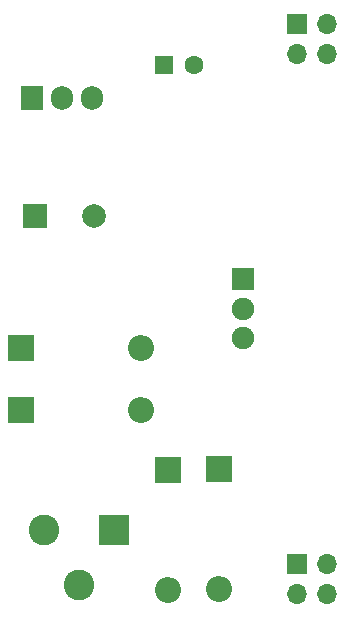
<source format=gbs>
%TF.GenerationSoftware,KiCad,Pcbnew,(5.1.10-1-10_14)*%
%TF.CreationDate,2021-10-22T00:21:01+02:00*%
%TF.ProjectId,breadboard-psu,62726561-6462-46f6-9172-642d7073752e,a*%
%TF.SameCoordinates,Original*%
%TF.FileFunction,Soldermask,Bot*%
%TF.FilePolarity,Negative*%
%FSLAX46Y46*%
G04 Gerber Fmt 4.6, Leading zero omitted, Abs format (unit mm)*
G04 Created by KiCad (PCBNEW (5.1.10-1-10_14)) date 2021-10-22 00:21:01*
%MOMM*%
%LPD*%
G01*
G04 APERTURE LIST*
%ADD10C,1.900000*%
%ADD11R,1.900000X1.900000*%
%ADD12R,2.000000X2.000000*%
%ADD13C,2.000000*%
%ADD14R,1.600000X1.600000*%
%ADD15C,1.600000*%
%ADD16R,2.200000X2.200000*%
%ADD17O,2.200000X2.200000*%
%ADD18R,2.600000X2.600000*%
%ADD19C,2.600000*%
%ADD20R,1.700000X1.700000*%
%ADD21O,1.700000X1.700000*%
%ADD22R,1.905000X2.000000*%
%ADD23O,1.905000X2.000000*%
G04 APERTURE END LIST*
D10*
%TO.C,SW1*%
X109982000Y-91995000D03*
X109982000Y-89495000D03*
D11*
X109982000Y-86995000D03*
%TD*%
D12*
%TO.C,C1*%
X92329000Y-81661000D03*
D13*
X97329000Y-81661000D03*
%TD*%
D14*
%TO.C,C2*%
X103251000Y-68834000D03*
D15*
X105751000Y-68834000D03*
%TD*%
D16*
%TO.C,D1*%
X91186000Y-92837000D03*
D17*
X101346000Y-92837000D03*
%TD*%
D16*
%TO.C,D2*%
X107950000Y-103079001D03*
D17*
X107950000Y-113239001D03*
%TD*%
%TO.C,D3*%
X101324001Y-98109001D03*
D16*
X91164001Y-98109001D03*
%TD*%
D17*
%TO.C,D4*%
X103632000Y-113284000D03*
D16*
X103632000Y-103124000D03*
%TD*%
D18*
%TO.C,J1*%
X99060000Y-108204000D03*
D19*
X93060000Y-108204000D03*
X96060000Y-112904000D03*
%TD*%
D20*
%TO.C,J2*%
X114554000Y-111125000D03*
D21*
X117094000Y-111125000D03*
X114554000Y-113665000D03*
X117094000Y-113665000D03*
%TD*%
%TO.C,J3*%
X117094000Y-67945000D03*
X114554000Y-67945000D03*
X117094000Y-65405000D03*
D20*
X114554000Y-65405000D03*
%TD*%
D22*
%TO.C,U1*%
X92075000Y-71628000D03*
D23*
X94615000Y-71628000D03*
X97155000Y-71628000D03*
%TD*%
M02*

</source>
